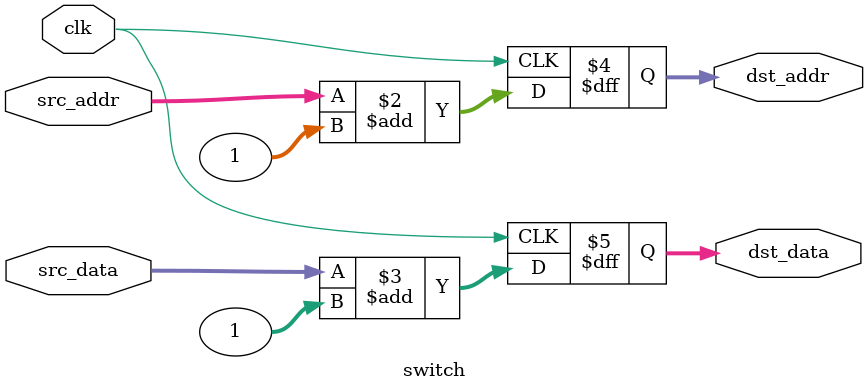
<source format=sv>
module switch(//inputs
              input  bit	 clk,
              input  wire [47:0] src_addr,
	      input  wire [31:0] src_data,

              //outputs
	      output reg  [47:0] dst_addr,
	      output reg  [31:0] dst_data
	     );

   always @(posedge clk) begin
      dst_addr <= src_addr + 1;
      dst_data <= src_data + 1;
   end

endmodule

</source>
